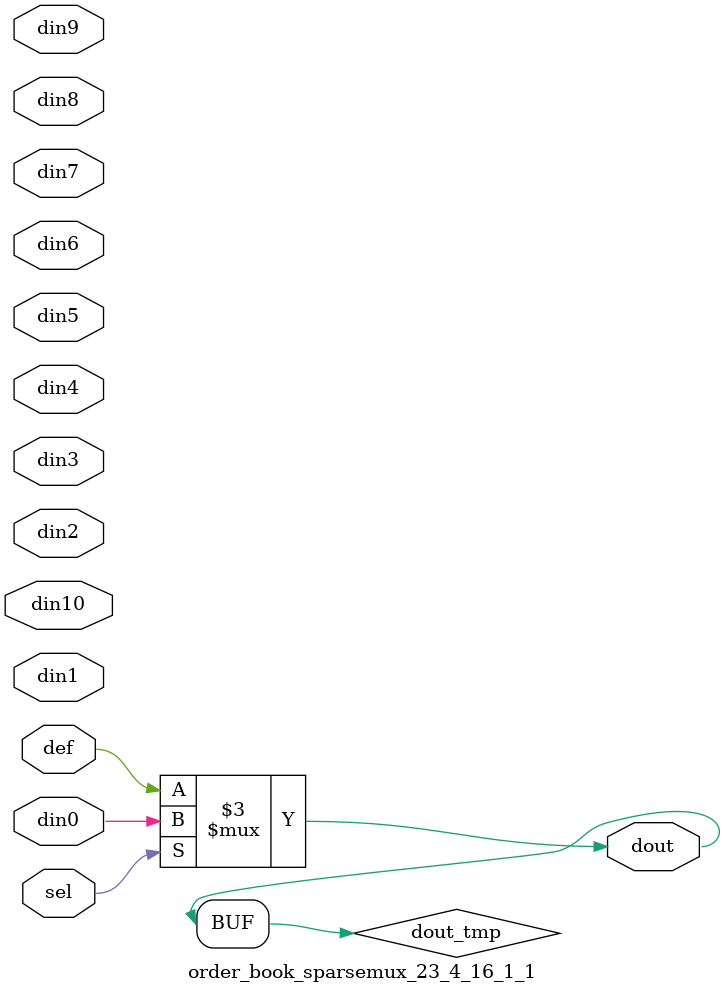
<source format=v>
`timescale 1ns / 1ps

module order_book_sparsemux_23_4_16_1_1 (din0,din1,din2,din3,din4,din5,din6,din7,din8,din9,din10,def,sel,dout);

parameter din0_WIDTH = 1;

parameter din1_WIDTH = 1;

parameter din2_WIDTH = 1;

parameter din3_WIDTH = 1;

parameter din4_WIDTH = 1;

parameter din5_WIDTH = 1;

parameter din6_WIDTH = 1;

parameter din7_WIDTH = 1;

parameter din8_WIDTH = 1;

parameter din9_WIDTH = 1;

parameter din10_WIDTH = 1;

parameter def_WIDTH = 1;
parameter sel_WIDTH = 1;
parameter dout_WIDTH = 1;

parameter [sel_WIDTH-1:0] CASE0 = 1;

parameter [sel_WIDTH-1:0] CASE1 = 1;

parameter [sel_WIDTH-1:0] CASE2 = 1;

parameter [sel_WIDTH-1:0] CASE3 = 1;

parameter [sel_WIDTH-1:0] CASE4 = 1;

parameter [sel_WIDTH-1:0] CASE5 = 1;

parameter [sel_WIDTH-1:0] CASE6 = 1;

parameter [sel_WIDTH-1:0] CASE7 = 1;

parameter [sel_WIDTH-1:0] CASE8 = 1;

parameter [sel_WIDTH-1:0] CASE9 = 1;

parameter [sel_WIDTH-1:0] CASE10 = 1;

parameter ID = 1;
parameter NUM_STAGE = 1;



input [din0_WIDTH-1:0] din0;

input [din1_WIDTH-1:0] din1;

input [din2_WIDTH-1:0] din2;

input [din3_WIDTH-1:0] din3;

input [din4_WIDTH-1:0] din4;

input [din5_WIDTH-1:0] din5;

input [din6_WIDTH-1:0] din6;

input [din7_WIDTH-1:0] din7;

input [din8_WIDTH-1:0] din8;

input [din9_WIDTH-1:0] din9;

input [din10_WIDTH-1:0] din10;

input [def_WIDTH-1:0] def;
input [sel_WIDTH-1:0] sel;

output [dout_WIDTH-1:0] dout;



reg [dout_WIDTH-1:0] dout_tmp;

always @ (*) begin
case (sel)
    
    CASE0 : dout_tmp = din0;
    
    CASE1 : dout_tmp = din1;
    
    CASE2 : dout_tmp = din2;
    
    CASE3 : dout_tmp = din3;
    
    CASE4 : dout_tmp = din4;
    
    CASE5 : dout_tmp = din5;
    
    CASE6 : dout_tmp = din6;
    
    CASE7 : dout_tmp = din7;
    
    CASE8 : dout_tmp = din8;
    
    CASE9 : dout_tmp = din9;
    
    CASE10 : dout_tmp = din10;
    
    default : dout_tmp = def;
endcase
end


assign dout = dout_tmp;



endmodule

</source>
